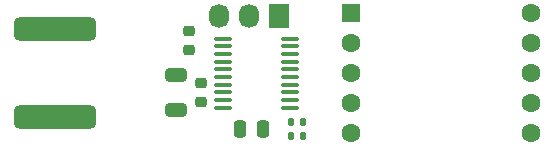
<source format=gbr>
%TF.GenerationSoftware,KiCad,Pcbnew,6.0.2+dfsg-1*%
%TF.CreationDate,2024-01-30T23:14:53-06:00*%
%TF.ProjectId,PCB,5043422e-6b69-4636-9164-5f7063625858,0.11*%
%TF.SameCoordinates,Original*%
%TF.FileFunction,Soldermask,Top*%
%TF.FilePolarity,Negative*%
%FSLAX46Y46*%
G04 Gerber Fmt 4.6, Leading zero omitted, Abs format (unit mm)*
G04 Created by KiCad (PCBNEW 6.0.2+dfsg-1) date 2024-01-30 23:14:53*
%MOMM*%
%LPD*%
G01*
G04 APERTURE LIST*
G04 Aperture macros list*
%AMRoundRect*
0 Rectangle with rounded corners*
0 $1 Rounding radius*
0 $2 $3 $4 $5 $6 $7 $8 $9 X,Y pos of 4 corners*
0 Add a 4 corners polygon primitive as box body*
4,1,4,$2,$3,$4,$5,$6,$7,$8,$9,$2,$3,0*
0 Add four circle primitives for the rounded corners*
1,1,$1+$1,$2,$3*
1,1,$1+$1,$4,$5*
1,1,$1+$1,$6,$7*
1,1,$1+$1,$8,$9*
0 Add four rect primitives between the rounded corners*
20,1,$1+$1,$2,$3,$4,$5,0*
20,1,$1+$1,$4,$5,$6,$7,0*
20,1,$1+$1,$6,$7,$8,$9,0*
20,1,$1+$1,$8,$9,$2,$3,0*%
G04 Aperture macros list end*
%ADD10RoundRect,0.500000X-3.000000X-0.500000X3.000000X-0.500000X3.000000X0.500000X-3.000000X0.500000X0*%
%ADD11RoundRect,0.100000X-0.637500X-0.100000X0.637500X-0.100000X0.637500X0.100000X-0.637500X0.100000X0*%
%ADD12RoundRect,0.225000X0.250000X-0.225000X0.250000X0.225000X-0.250000X0.225000X-0.250000X-0.225000X0*%
%ADD13RoundRect,0.250000X0.650000X-0.325000X0.650000X0.325000X-0.650000X0.325000X-0.650000X-0.325000X0*%
%ADD14RoundRect,0.250000X-0.250000X-0.475000X0.250000X-0.475000X0.250000X0.475000X-0.250000X0.475000X0*%
%ADD15RoundRect,0.135000X0.135000X0.185000X-0.135000X0.185000X-0.135000X-0.185000X0.135000X-0.185000X0*%
%ADD16R,1.730000X2.030000*%
%ADD17O,1.730000X2.030000*%
%ADD18R,1.600000X1.600000*%
%ADD19C,1.600000*%
G04 APERTURE END LIST*
D10*
%TO.C,U2*%
X132525000Y-97690000D03*
X132525000Y-90190000D03*
%TD*%
D11*
%TO.C,U1*%
X146747500Y-91035000D03*
X146747500Y-91685000D03*
X146747500Y-92335000D03*
X146747500Y-92985000D03*
X146747500Y-93635000D03*
X146747500Y-94285000D03*
X146747500Y-94935000D03*
X146747500Y-95585000D03*
X146747500Y-96235000D03*
X146747500Y-96885000D03*
X152472500Y-96885000D03*
X152472500Y-96235000D03*
X152472500Y-95585000D03*
X152472500Y-94935000D03*
X152472500Y-94285000D03*
X152472500Y-93635000D03*
X152472500Y-92985000D03*
X152472500Y-92335000D03*
X152472500Y-91685000D03*
X152472500Y-91035000D03*
%TD*%
D12*
%TO.C,C2*%
X144910000Y-96375000D03*
X144910000Y-94825000D03*
%TD*%
D13*
%TO.C,C1*%
X142830000Y-97045000D03*
X142830000Y-94095000D03*
%TD*%
D14*
%TO.C,C4*%
X148240000Y-98690000D03*
X150140000Y-98690000D03*
%TD*%
D15*
%TO.C,R2*%
X153540000Y-98100000D03*
X152520000Y-98100000D03*
%TD*%
D16*
%TO.C,J1*%
X151500000Y-89092000D03*
D17*
X148960000Y-89092000D03*
X146420000Y-89092000D03*
%TD*%
D18*
%TO.C,U3*%
X157640000Y-88870000D03*
D19*
X157640000Y-91410000D03*
X157640000Y-93950000D03*
X157640000Y-96490000D03*
X157640000Y-99030000D03*
X172880000Y-99030000D03*
X172880000Y-96490000D03*
X172880000Y-93950000D03*
X172880000Y-91410000D03*
X172880000Y-88870000D03*
%TD*%
D12*
%TO.C,C3*%
X143950000Y-91955000D03*
X143950000Y-90405000D03*
%TD*%
D15*
%TO.C,R1*%
X153540000Y-99250000D03*
X152520000Y-99250000D03*
%TD*%
M02*

</source>
